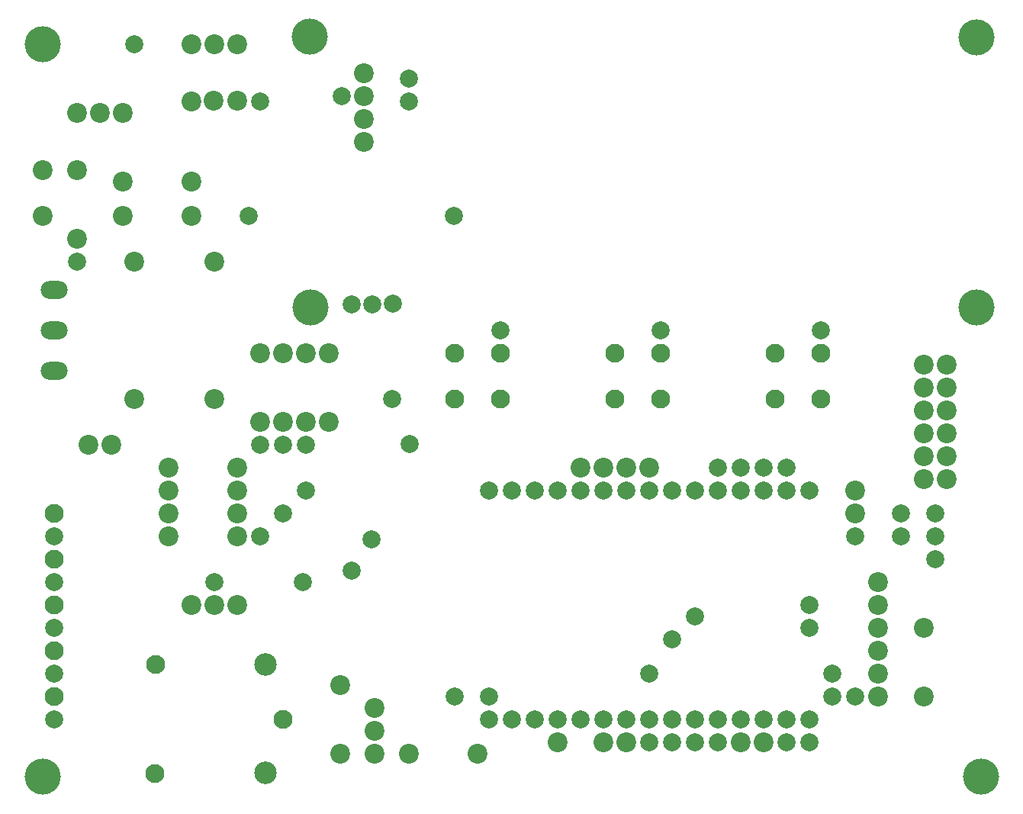
<source format=gbr>
%TF.GenerationSoftware,KiCad,Pcbnew,(5.1.6)-1*%
%TF.CreationDate,2022-01-22T13:21:43-05:00*%
%TF.ProjectId,bilgeAlarm,62696c67-6541-46c6-9172-6d2e6b696361,rev?*%
%TF.SameCoordinates,Original*%
%TF.FileFunction,Soldermask,Bot*%
%TF.FilePolarity,Negative*%
%FSLAX46Y46*%
G04 Gerber Fmt 4.6, Leading zero omitted, Abs format (unit mm)*
G04 Created by KiCad (PCBNEW (5.1.6)-1) date 2022-01-22 13:21:43*
%MOMM*%
%LPD*%
G01*
G04 APERTURE LIST*
%ADD10C,2.000000*%
%ADD11C,2.200000*%
%ADD12C,2.100000*%
%ADD13C,2.500000*%
%ADD14O,3.000000X2.000000*%
%ADD15C,4.000000*%
G04 APERTURE END LIST*
D10*
%TO.C,U1*%
X53340000Y35560000D03*
X55880000Y35560000D03*
X58420000Y35560000D03*
X60960000Y35560000D03*
X63500000Y35560000D03*
X66040000Y35560000D03*
X68580000Y35560000D03*
X71120000Y35560000D03*
X73660000Y35560000D03*
X76200000Y35560000D03*
X78740000Y35560000D03*
X81280000Y35560000D03*
X83820000Y35560000D03*
X86360000Y35560000D03*
X88900000Y35560000D03*
X88900000Y10160000D03*
X86360000Y10160000D03*
X83820000Y10160000D03*
X81280000Y10160000D03*
X78740000Y10160000D03*
X76200000Y10160000D03*
X73660000Y10160000D03*
X71120000Y10160000D03*
X68580000Y10160000D03*
X66040000Y10160000D03*
X63500000Y10160000D03*
X60960000Y10160000D03*
X58420000Y10160000D03*
X55880000Y10160000D03*
X53340000Y10160000D03*
%TD*%
D11*
%TO.C,J16*%
X20320000Y78740000D03*
%TD*%
%TO.C,C1*%
X8890000Y40640000D03*
X11430000Y40640000D03*
%TD*%
%TO.C,C2*%
X93980000Y33020000D03*
X93980000Y35560000D03*
%TD*%
D12*
%TO.C,J1*%
X5080000Y12700000D03*
%TD*%
%TO.C,J3*%
X5080000Y17780000D03*
%TD*%
%TO.C,J2*%
X5080000Y22860000D03*
%TD*%
%TO.C,J4*%
X5080000Y33020000D03*
%TD*%
%TO.C,J5*%
X5080000Y27940000D03*
%TD*%
D11*
%TO.C,J6*%
X25400000Y22860000D03*
%TD*%
%TO.C,J7*%
X22860000Y22860000D03*
%TD*%
%TO.C,J8*%
X20320000Y22860000D03*
%TD*%
%TO.C,J9*%
X39470000Y79340000D03*
%TD*%
%TO.C,J10*%
X39470000Y76800000D03*
%TD*%
%TO.C,J11*%
X39470000Y74260000D03*
%TD*%
%TO.C,J12*%
X39470000Y81890000D03*
%TD*%
%TO.C,J13*%
X3810000Y66040000D03*
%TD*%
%TO.C,J14*%
X3810000Y71120000D03*
%TD*%
D13*
%TO.C,K1*%
X28530000Y16210000D03*
D12*
X16330000Y16210000D03*
X16280000Y4160000D03*
D13*
X28530000Y4210000D03*
D12*
X30480000Y10160000D03*
%TD*%
D11*
%TO.C,M1*%
X22860000Y60960000D03*
X22860000Y45720000D03*
X13970000Y45720000D03*
X13970000Y60960000D03*
%TD*%
%TO.C,M2*%
X96520000Y25400000D03*
X96520000Y22860000D03*
X96520000Y20320000D03*
X96520000Y17780000D03*
X96520000Y15240000D03*
X96520000Y12700000D03*
%TD*%
%TO.C,R1*%
X101600000Y12700000D03*
X101600000Y20320000D03*
%TD*%
%TO.C,R3*%
X17780000Y30480000D03*
X25400000Y30480000D03*
%TD*%
%TO.C,R4*%
X25400000Y33020000D03*
X17780000Y33020000D03*
%TD*%
%TO.C,R5*%
X25400000Y35560000D03*
X17780000Y35560000D03*
%TD*%
%TO.C,R6*%
X25400000Y38100000D03*
X17780000Y38100000D03*
%TD*%
%TO.C,R8*%
X27940000Y50800000D03*
X27940000Y43180000D03*
%TD*%
%TO.C,R9*%
X30480000Y50800000D03*
X30480000Y43180000D03*
%TD*%
%TO.C,R10*%
X33020000Y50800000D03*
X33020000Y43180000D03*
%TD*%
%TO.C,R11*%
X35560000Y50800000D03*
X35560000Y43180000D03*
%TD*%
%TO.C,R13*%
X44450000Y6350000D03*
X52070000Y6350000D03*
%TD*%
D14*
%TO.C,SW1*%
X5080000Y53340000D03*
X5080000Y48840000D03*
X5080000Y57840000D03*
%TD*%
D12*
%TO.C,SW2*%
X49530000Y45720000D03*
X49530000Y50800000D03*
X54610000Y45720000D03*
X54610000Y50800000D03*
%TD*%
%TO.C,SW3*%
X72390000Y50800000D03*
X72390000Y45720000D03*
X67310000Y50800000D03*
X67310000Y45720000D03*
%TD*%
%TO.C,SW4*%
X85090000Y45720000D03*
X85090000Y50800000D03*
X90170000Y45720000D03*
X90170000Y50800000D03*
%TD*%
D11*
%TO.C,J15*%
X20320000Y85090000D03*
%TD*%
%TO.C,J17*%
X22860000Y85090000D03*
%TD*%
%TO.C,J18*%
X22770001Y78829999D03*
%TD*%
%TO.C,J19*%
X25400000Y85090000D03*
%TD*%
%TO.C,J20*%
X25400000Y78829999D03*
%TD*%
%TO.C,Q2*%
X40640000Y6350000D03*
X40640000Y8890000D03*
X40640000Y11430000D03*
%TD*%
%TO.C,D2*%
X36830000Y13970000D03*
X36830000Y6350000D03*
%TD*%
%TO.C,Q1*%
X12700000Y77470000D03*
X10160000Y77470000D03*
X7620000Y77470000D03*
%TD*%
%TO.C,R2*%
X20320000Y66040000D03*
X12700000Y66040000D03*
%TD*%
%TO.C,R7*%
X20320000Y69850000D03*
X12700000Y69850000D03*
%TD*%
%TO.C,D1*%
X7620000Y63500000D03*
X7620000Y71120000D03*
%TD*%
%TO.C,J21*%
X60960000Y7620000D03*
%TD*%
%TO.C,J22*%
X66040000Y7620000D03*
%TD*%
%TO.C,J23*%
X68580000Y7620000D03*
%TD*%
%TO.C,J24*%
X63500000Y38100000D03*
%TD*%
%TO.C,J25*%
X68580000Y38100000D03*
%TD*%
%TO.C,J26*%
X71120000Y38100000D03*
%TD*%
%TO.C,J27*%
X81280000Y7620000D03*
%TD*%
%TO.C,J28*%
X83820000Y7620000D03*
%TD*%
%TO.C,J29*%
X66040000Y38100000D03*
%TD*%
%TO.C,J30*%
X101600000Y49530000D03*
%TD*%
%TO.C,J31*%
X101600000Y46990000D03*
%TD*%
%TO.C,J32*%
X101600000Y44450000D03*
%TD*%
%TO.C,J33*%
X101600000Y41910000D03*
%TD*%
%TO.C,J34*%
X101600000Y39370000D03*
%TD*%
%TO.C,J35*%
X101600000Y36830000D03*
%TD*%
%TO.C,J36*%
X104140000Y49530000D03*
%TD*%
%TO.C,J37*%
X104140000Y46990000D03*
%TD*%
%TO.C,J38*%
X104140000Y44450000D03*
%TD*%
%TO.C,J39*%
X104140000Y41910000D03*
%TD*%
%TO.C,J40*%
X104140000Y39370000D03*
%TD*%
%TO.C,J41*%
X104140000Y36830000D03*
%TD*%
D15*
X107442000Y85852000D03*
X107950000Y3810000D03*
X33528000Y55880000D03*
X3810000Y3810000D03*
X107442000Y55880000D03*
X33500000Y85900000D03*
X3800000Y85100000D03*
D10*
X5080000Y15240000D03*
X99060000Y30480000D03*
X102870000Y30480000D03*
X44450000Y81280000D03*
X13970000Y85090000D03*
X102870000Y27940000D03*
X5080000Y25400000D03*
X27940000Y78740000D03*
X37017400Y79340000D03*
X42700000Y56300000D03*
X42580000Y45720000D03*
X44570000Y40760000D03*
X44450000Y78740000D03*
X91440000Y12700000D03*
X53340000Y12700000D03*
X93980000Y12700000D03*
X93980000Y30480000D03*
X54610000Y53340000D03*
X72390000Y53340000D03*
X90170000Y53340000D03*
X102870000Y33020000D03*
X99060000Y33020000D03*
X49530000Y12700000D03*
X5080000Y10160000D03*
X5080000Y20320000D03*
X22860000Y25400000D03*
X32689800Y25374600D03*
X38100000Y26670000D03*
X38100000Y56200000D03*
X78740000Y7620000D03*
X40400000Y56200000D03*
X40300000Y30100000D03*
X86360000Y7620000D03*
X7620000Y60960000D03*
X88900000Y22860000D03*
X76200000Y21590000D03*
X76200000Y7620000D03*
X88900000Y20320000D03*
X73660000Y19050000D03*
X73660000Y7620000D03*
X88900000Y7620000D03*
X91440000Y15240000D03*
X71120000Y15240000D03*
X71120000Y7620000D03*
X27940000Y30480000D03*
X27940000Y40640000D03*
X27940000Y40640000D03*
X86360000Y38100000D03*
X30480000Y40640000D03*
X30480000Y33020000D03*
X83820000Y38100000D03*
X33020000Y35560000D03*
X33020000Y40640000D03*
X81280000Y38100000D03*
X78740000Y38100000D03*
X26670000Y66040000D03*
X49500000Y66040000D03*
X5080000Y30480000D03*
M02*

</source>
